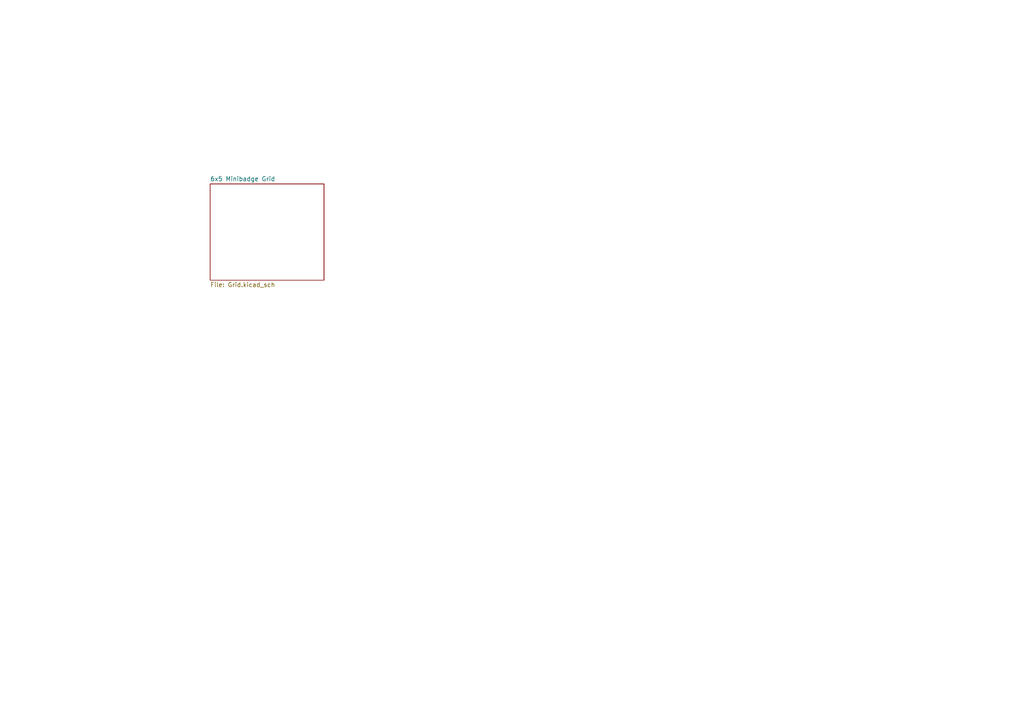
<source format=kicad_sch>
(kicad_sch
	(version 20250114)
	(generator "eeschema")
	(generator_version "9.0")
	(uuid "b81e8f9d-1c63-48dd-b54e-950adf61fb7f")
	(paper "A4")
	(lib_symbols)
	(sheet
		(at 60.96 53.34)
		(size 33.02 27.94)
		(exclude_from_sim no)
		(in_bom yes)
		(on_board yes)
		(dnp no)
		(fields_autoplaced yes)
		(stroke
			(width 0.1524)
			(type solid)
		)
		(fill
			(color 0 0 0 0.0000)
		)
		(uuid "77560a16-5ab1-4859-a715-3286c5b0b062")
		(property "Sheetname" "6x5 Minibadge Grid"
			(at 60.96 52.6284 0)
			(effects
				(font
					(size 1.27 1.27)
				)
				(justify left bottom)
			)
		)
		(property "Sheetfile" "Grid.kicad_sch"
			(at 60.96 81.8646 0)
			(effects
				(font
					(size 1.27 1.27)
				)
				(justify left top)
			)
		)
		(instances
			(project "6x5 Display"
				(path "/b81e8f9d-1c63-48dd-b54e-950adf61fb7f"
					(page "2")
				)
			)
		)
	)
	(sheet_instances
		(path "/"
			(page "1")
		)
	)
	(embedded_fonts no)
)

</source>
